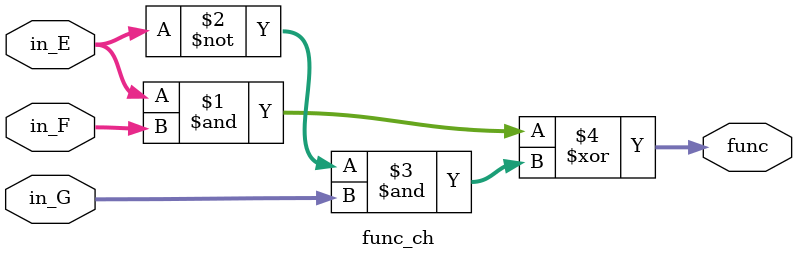
<source format=v>
`timescale 1ns / 1ps
module func_ch(in_E, in_F, in_G, func);

	input wire[31:0] in_E;
	input wire[31:0] in_F;
	input wire[31:0] in_G;
	output wire[31:0] func;
	
	assign func = (in_E & in_F) ^ ((~in_E) & in_G);

endmodule

</source>
